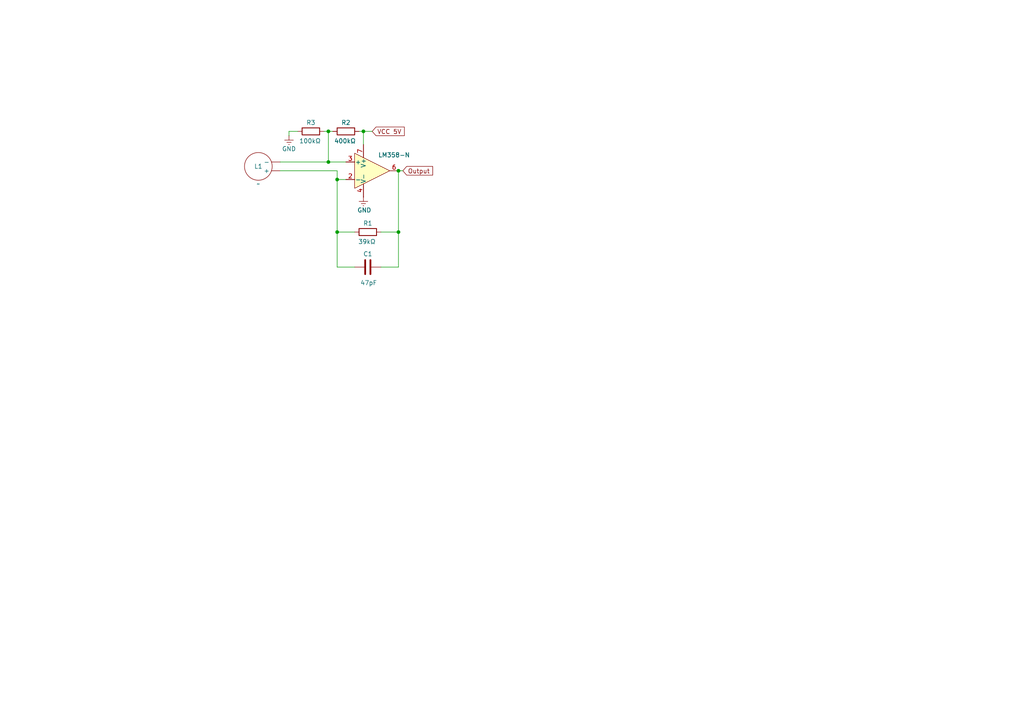
<source format=kicad_sch>
(kicad_sch (version 20250114) (generator "eeschema") (generator_version "9.0")
  (paper "A4")
  (lib_symbols
    (symbol "Amplifier_Operational:OP1177ARM" (pin_names (offset 0.127))
      (property "Reference" "U" (at 2.54 5.08 0))
      (property "Value" "OP1177ARM" (at 7.62 2.54 0))
      (symbol "OP1177ARM_0_1"
        (polyline (pts (xy -5.08 5.08) (xy -5.08 -5.08) (xy 5.08 0) (xy -5.08 5.08)) (fill (type background)))
      )
      (symbol "OP1177ARM_1_1"
        (pin input line (at -7.62 2.54 0) (length 2.54) (name "+") (number "3"))
        (pin input line (at -7.62 -2.54 0) (length 2.54) (name "-") (number "2"))
        (pin no_connect line (at -5.08 0 0) (length 3.81) (hide yes) (name "NC") (number "1"))
        (pin power_in line (at -2.54 7.62 270) (length 3.81) (name "V+") (number "7"))
        (pin power_in line (at -2.54 -7.62 90) (length 3.81) (name "V-") (number "4"))
        (pin no_connect line (at 0 2.54 270) (length 3.81) (hide yes) (name "NC") (number "8"))
        (pin no_connect line (at 0 -2.54 90) (length 3.81) (hide yes) (name "NC") (number "5"))
        (pin output line (at 7.62 0 180) (length 2.54) (name "~") (number "6"))
      )
    )
    (symbol "Device:C" (pin_numbers (hide yes)) (pin_names (offset 0.254))
      (property "Reference" "C" (at 0.635 2.54 0))
      (property "Value" "C" (at 0.635 -2.54 0))
      (symbol "C_0_1"
        (polyline (pts (xy -2.032 0.762) (xy 2.032 0.762)) (stroke (width 0.508)))
        (polyline (pts (xy -2.032 -0.762) (xy 2.032 -0.762)) (stroke (width 0.508)))
      )
      (symbol "C_1_1"
        (pin passive line (at 0 3.81 270) (length 2.794) (name "~") (number "1"))
        (pin passive line (at 0 -3.81 90) (length 2.794) (name "~") (number "2"))
      )
    )
    (symbol "Device:R" (pin_numbers (hide yes)) (pin_names (offset 0))
      (property "Reference" "R" (at 2.032 0 90))
      (property "Value" "R" (at 0 0 90))
      (symbol "R_0_1"
        (rectangle (start -1.016 -2.54) (end 1.016 2.54) (stroke (width 0.254)))
      )
      (symbol "R_1_1"
        (pin passive line (at 0 3.81 270) (length 1.27) (name "~") (number "1"))
        (pin passive line (at 0 -3.81 90) (length 1.27) (name "~") (number "2"))
      )
    )
    (symbol "Project:Loadcell"
      (property "Reference" "L" (at 0 0 0))
      (symbol "Loadcell_0_1"
        (circle (center 0 0) (radius 4.0161))
      )
      (symbol "Loadcell_1_1"
        (pin input line (at -1.27 -6.35 90) (length 2.54) (name "-") (number ""))
        (pin input line (at 1.27 -6.35 90) (length 2.54) (name "+") (number ""))
      )
    )
    (symbol "power:Earth" (power) (pin_numbers (hide yes)) (pin_names (offset 0) (hide yes))
      (property "Value" "Earth" (at 0 -3.81 0))
      (symbol "Earth_0_1"
        (polyline (pts (xy -0.635 -1.905) (xy 0.635 -1.905)))
        (polyline (pts (xy -0.127 -2.54) (xy 0.127 -2.54)))
        (polyline (pts (xy 0 -1.27) (xy 0 0)))
        (polyline (pts (xy 1.27 -1.27) (xy -1.27 -1.27)))
      )
      (symbol "Earth_1_1"
        (pin power_in line (at 0 0 270) (length 0) (name "~") (number "1"))
      )
    )
  )
  (junction (at 97.79 67.31))
  (junction (at 115.57 67.31))
  (junction (at 95.25 46.99))
  (junction (at 95.25 38.1))
  (junction (at 97.79 52.07))
  (junction (at 115.57 49.53))
  (junction (at 105.41 38.1))
  (wire (pts (xy 81.28 49.53) (xy 97.79 49.53)))
  (wire (pts (xy 95.25 38.1) (xy 95.25 46.99)))
  (wire (pts (xy 115.57 67.31) (xy 115.57 77.47)))
  (wire (pts (xy 81.28 46.99) (xy 95.25 46.99)))
  (wire (pts (xy 102.87 77.47) (xy 97.79 77.47)))
  (wire (pts (xy 93.98 38.1) (xy 95.25 38.1)))
  (wire (pts (xy 104.14 38.1) (xy 105.41 38.1)))
  (wire (pts (xy 97.79 49.53) (xy 97.79 52.07)))
  (wire (pts (xy 115.57 67.31) (xy 110.49 67.31)))
  (wire (pts (xy 95.25 46.99) (xy 100.33 46.99)))
  (wire (pts (xy 115.57 77.47) (xy 110.49 77.47)))
  (wire (pts (xy 97.79 52.07) (xy 97.79 67.31)))
  (wire (pts (xy 96.52 38.1) (xy 95.25 38.1)))
  (wire (pts (xy 97.79 52.07) (xy 100.33 52.07)))
  (wire (pts (xy 115.57 49.53) (xy 115.57 67.31)))
  (wire (pts (xy 105.41 38.1) (xy 105.41 41.91)))
  (wire (pts (xy 83.82 38.1) (xy 86.36 38.1)))
  (wire (pts (xy 97.79 67.31) (xy 97.79 77.47)))
  (wire (pts (xy 105.41 38.1) (xy 107.95 38.1)))
  (wire (pts (xy 102.87 67.31) (xy 97.79 67.31)))
  (wire (pts (xy 115.57 49.53) (xy 116.84 49.53)))
  (wire (pts (xy 83.82 39.37) (xy 83.82 38.1)))
  (global_label "VCC 5V" (shape input) (at 107.95 38.1 0) (property "Intersheetrefs" "${INTERSHEET_REFS}" (effects (hide yes))))
  (global_label "Output" (shape input) (at 116.84 49.53 0) (property "Intersheetrefs" "${INTERSHEET_REFS}" (effects (hide yes))))
  (symbol (lib_id "Project:Loadcell") (at 74.93 48.26 90) (mirror x) (unit 1)
    (property "Reference" "L1" (at 74.93 48.26 90))
    (property "Value" "~" (at 74.93 53.34 90))
  )
  (symbol (lib_id "Device:R") (at 90.17 38.1 90) (unit 1)
    (property "Reference" "R3" (at 90.17 35.56 90))
    (property "Value" "100kΩ" (at 89.916 40.894 90))
    (property "Description" "Resistor" (effects (hide yes)))
  )
  (symbol (lib_id "Device:R") (at 100.33 38.1 90) (unit 1)
    (property "Reference" "R2" (at 100.33 35.56 90))
    (property "Value" "400kΩ" (at 100.076 40.894 90))
    (property "Description" "Resistor" (effects (hide yes)))
  )
  (symbol (lib_id "power:Earth") (at 83.82 39.37 0) (unit 1)
    (property "Reference" "#PWR03" (effects (hide yes)))
    (property "Value" "GND" (at 83.82 43.18 0))
    (property "Description" "Power symbol creates a global label with name \"Earth\"" (effects (hide yes)))
  )
  (symbol (lib_id "Device:C") (at 106.68 77.47 90) (unit 1)
    (property "Reference" "C1" (at 106.68 73.66 90))
    (property "Value" "47pF" (at 106.934 82.042 90))
    (property "Description" "Unpolarized capacitor" (effects (hide yes)))
  )
  (symbol (lib_id "Device:R") (at 106.68 67.31 90) (unit 1)
    (property "Reference" "R1" (at 106.68 64.77 90))
    (property "Value" "39kΩ" (at 106.426 70.104 90))
    (property "Description" "Resistor" (effects (hide yes)))
  )
  (symbol (lib_id "Amplifier_Operational:OP1177ARM") (at 107.95 49.53 0) (unit 1)
    (property "Reference" "U1" (effects (hide yes)))
    (property "Value" "LM358-N" (at 114.3 44.958 0))
    (property "Footprint" "Package_SO:MSOP-8_3x3mm_P0.65mm" (effects (hide yes)))
    (property "Datasheet" "https://www.analog.com/media/en/technical-documentation/data-sheets/OP1177_2177_4177.pdf" (effects (hide yes)))
    (property "Description" "Precision Low Noise, Low Input Bias Current Operational Amplifier, MSOP-8" (effects (hide yes)))
  )
  (symbol (lib_id "power:Earth") (at 105.41 57.15 0) (unit 1)
    (property "Reference" "#PWR02" (effects (hide yes)))
    (property "Value" "GND" (at 105.664 60.96 0))
    (property "Description" "Power symbol creates a global label with name \"Earth\"" (effects (hide yes)))
  )
)
</source>
